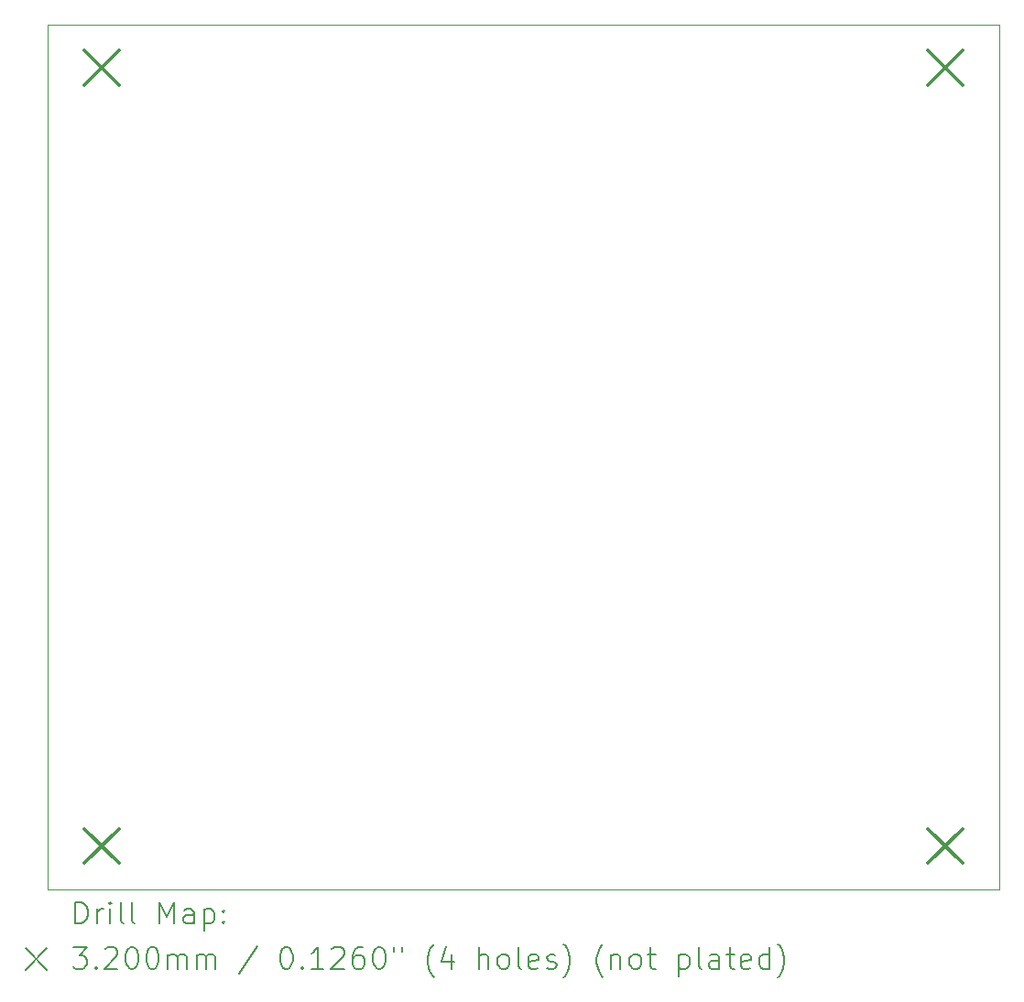
<source format=gbr>
%TF.GenerationSoftware,KiCad,Pcbnew,7.0.10*%
%TF.CreationDate,2025-01-18T09:13:39-08:00*%
%TF.ProjectId,buttonBoard,62757474-6f6e-4426-9f61-72642e6b6963,rev?*%
%TF.SameCoordinates,Original*%
%TF.FileFunction,Drillmap*%
%TF.FilePolarity,Positive*%
%FSLAX45Y45*%
G04 Gerber Fmt 4.5, Leading zero omitted, Abs format (unit mm)*
G04 Created by KiCad (PCBNEW 7.0.10) date 2025-01-18 09:13:39*
%MOMM*%
%LPD*%
G01*
G04 APERTURE LIST*
%ADD10C,0.100000*%
%ADD11C,0.200000*%
%ADD12C,0.320000*%
G04 APERTURE END LIST*
D10*
X11600000Y-4000000D02*
X20400000Y-4000000D01*
X20400000Y-12000000D01*
X11600000Y-12000000D01*
X11600000Y-4000000D01*
D11*
D12*
X11940000Y-4240000D02*
X12260000Y-4560000D01*
X12260000Y-4240000D02*
X11940000Y-4560000D01*
X11940000Y-11440000D02*
X12260000Y-11760000D01*
X12260000Y-11440000D02*
X11940000Y-11760000D01*
X19740000Y-4240000D02*
X20060000Y-4560000D01*
X20060000Y-4240000D02*
X19740000Y-4560000D01*
X19740000Y-11440000D02*
X20060000Y-11760000D01*
X20060000Y-11440000D02*
X19740000Y-11760000D01*
D11*
X11855777Y-12316484D02*
X11855777Y-12116484D01*
X11855777Y-12116484D02*
X11903396Y-12116484D01*
X11903396Y-12116484D02*
X11931967Y-12126008D01*
X11931967Y-12126008D02*
X11951015Y-12145055D01*
X11951015Y-12145055D02*
X11960539Y-12164103D01*
X11960539Y-12164103D02*
X11970062Y-12202198D01*
X11970062Y-12202198D02*
X11970062Y-12230769D01*
X11970062Y-12230769D02*
X11960539Y-12268865D01*
X11960539Y-12268865D02*
X11951015Y-12287912D01*
X11951015Y-12287912D02*
X11931967Y-12306960D01*
X11931967Y-12306960D02*
X11903396Y-12316484D01*
X11903396Y-12316484D02*
X11855777Y-12316484D01*
X12055777Y-12316484D02*
X12055777Y-12183150D01*
X12055777Y-12221246D02*
X12065301Y-12202198D01*
X12065301Y-12202198D02*
X12074824Y-12192674D01*
X12074824Y-12192674D02*
X12093872Y-12183150D01*
X12093872Y-12183150D02*
X12112920Y-12183150D01*
X12179586Y-12316484D02*
X12179586Y-12183150D01*
X12179586Y-12116484D02*
X12170062Y-12126008D01*
X12170062Y-12126008D02*
X12179586Y-12135531D01*
X12179586Y-12135531D02*
X12189110Y-12126008D01*
X12189110Y-12126008D02*
X12179586Y-12116484D01*
X12179586Y-12116484D02*
X12179586Y-12135531D01*
X12303396Y-12316484D02*
X12284348Y-12306960D01*
X12284348Y-12306960D02*
X12274824Y-12287912D01*
X12274824Y-12287912D02*
X12274824Y-12116484D01*
X12408158Y-12316484D02*
X12389110Y-12306960D01*
X12389110Y-12306960D02*
X12379586Y-12287912D01*
X12379586Y-12287912D02*
X12379586Y-12116484D01*
X12636729Y-12316484D02*
X12636729Y-12116484D01*
X12636729Y-12116484D02*
X12703396Y-12259341D01*
X12703396Y-12259341D02*
X12770062Y-12116484D01*
X12770062Y-12116484D02*
X12770062Y-12316484D01*
X12951015Y-12316484D02*
X12951015Y-12211722D01*
X12951015Y-12211722D02*
X12941491Y-12192674D01*
X12941491Y-12192674D02*
X12922443Y-12183150D01*
X12922443Y-12183150D02*
X12884348Y-12183150D01*
X12884348Y-12183150D02*
X12865301Y-12192674D01*
X12951015Y-12306960D02*
X12931967Y-12316484D01*
X12931967Y-12316484D02*
X12884348Y-12316484D01*
X12884348Y-12316484D02*
X12865301Y-12306960D01*
X12865301Y-12306960D02*
X12855777Y-12287912D01*
X12855777Y-12287912D02*
X12855777Y-12268865D01*
X12855777Y-12268865D02*
X12865301Y-12249817D01*
X12865301Y-12249817D02*
X12884348Y-12240293D01*
X12884348Y-12240293D02*
X12931967Y-12240293D01*
X12931967Y-12240293D02*
X12951015Y-12230769D01*
X13046253Y-12183150D02*
X13046253Y-12383150D01*
X13046253Y-12192674D02*
X13065301Y-12183150D01*
X13065301Y-12183150D02*
X13103396Y-12183150D01*
X13103396Y-12183150D02*
X13122443Y-12192674D01*
X13122443Y-12192674D02*
X13131967Y-12202198D01*
X13131967Y-12202198D02*
X13141491Y-12221246D01*
X13141491Y-12221246D02*
X13141491Y-12278388D01*
X13141491Y-12278388D02*
X13131967Y-12297436D01*
X13131967Y-12297436D02*
X13122443Y-12306960D01*
X13122443Y-12306960D02*
X13103396Y-12316484D01*
X13103396Y-12316484D02*
X13065301Y-12316484D01*
X13065301Y-12316484D02*
X13046253Y-12306960D01*
X13227205Y-12297436D02*
X13236729Y-12306960D01*
X13236729Y-12306960D02*
X13227205Y-12316484D01*
X13227205Y-12316484D02*
X13217682Y-12306960D01*
X13217682Y-12306960D02*
X13227205Y-12297436D01*
X13227205Y-12297436D02*
X13227205Y-12316484D01*
X13227205Y-12192674D02*
X13236729Y-12202198D01*
X13236729Y-12202198D02*
X13227205Y-12211722D01*
X13227205Y-12211722D02*
X13217682Y-12202198D01*
X13217682Y-12202198D02*
X13227205Y-12192674D01*
X13227205Y-12192674D02*
X13227205Y-12211722D01*
X11395000Y-12545000D02*
X11595000Y-12745000D01*
X11595000Y-12545000D02*
X11395000Y-12745000D01*
X11836729Y-12536484D02*
X11960539Y-12536484D01*
X11960539Y-12536484D02*
X11893872Y-12612674D01*
X11893872Y-12612674D02*
X11922443Y-12612674D01*
X11922443Y-12612674D02*
X11941491Y-12622198D01*
X11941491Y-12622198D02*
X11951015Y-12631722D01*
X11951015Y-12631722D02*
X11960539Y-12650769D01*
X11960539Y-12650769D02*
X11960539Y-12698388D01*
X11960539Y-12698388D02*
X11951015Y-12717436D01*
X11951015Y-12717436D02*
X11941491Y-12726960D01*
X11941491Y-12726960D02*
X11922443Y-12736484D01*
X11922443Y-12736484D02*
X11865301Y-12736484D01*
X11865301Y-12736484D02*
X11846253Y-12726960D01*
X11846253Y-12726960D02*
X11836729Y-12717436D01*
X12046253Y-12717436D02*
X12055777Y-12726960D01*
X12055777Y-12726960D02*
X12046253Y-12736484D01*
X12046253Y-12736484D02*
X12036729Y-12726960D01*
X12036729Y-12726960D02*
X12046253Y-12717436D01*
X12046253Y-12717436D02*
X12046253Y-12736484D01*
X12131967Y-12555531D02*
X12141491Y-12546008D01*
X12141491Y-12546008D02*
X12160539Y-12536484D01*
X12160539Y-12536484D02*
X12208158Y-12536484D01*
X12208158Y-12536484D02*
X12227205Y-12546008D01*
X12227205Y-12546008D02*
X12236729Y-12555531D01*
X12236729Y-12555531D02*
X12246253Y-12574579D01*
X12246253Y-12574579D02*
X12246253Y-12593627D01*
X12246253Y-12593627D02*
X12236729Y-12622198D01*
X12236729Y-12622198D02*
X12122443Y-12736484D01*
X12122443Y-12736484D02*
X12246253Y-12736484D01*
X12370062Y-12536484D02*
X12389110Y-12536484D01*
X12389110Y-12536484D02*
X12408158Y-12546008D01*
X12408158Y-12546008D02*
X12417682Y-12555531D01*
X12417682Y-12555531D02*
X12427205Y-12574579D01*
X12427205Y-12574579D02*
X12436729Y-12612674D01*
X12436729Y-12612674D02*
X12436729Y-12660293D01*
X12436729Y-12660293D02*
X12427205Y-12698388D01*
X12427205Y-12698388D02*
X12417682Y-12717436D01*
X12417682Y-12717436D02*
X12408158Y-12726960D01*
X12408158Y-12726960D02*
X12389110Y-12736484D01*
X12389110Y-12736484D02*
X12370062Y-12736484D01*
X12370062Y-12736484D02*
X12351015Y-12726960D01*
X12351015Y-12726960D02*
X12341491Y-12717436D01*
X12341491Y-12717436D02*
X12331967Y-12698388D01*
X12331967Y-12698388D02*
X12322443Y-12660293D01*
X12322443Y-12660293D02*
X12322443Y-12612674D01*
X12322443Y-12612674D02*
X12331967Y-12574579D01*
X12331967Y-12574579D02*
X12341491Y-12555531D01*
X12341491Y-12555531D02*
X12351015Y-12546008D01*
X12351015Y-12546008D02*
X12370062Y-12536484D01*
X12560539Y-12536484D02*
X12579586Y-12536484D01*
X12579586Y-12536484D02*
X12598634Y-12546008D01*
X12598634Y-12546008D02*
X12608158Y-12555531D01*
X12608158Y-12555531D02*
X12617682Y-12574579D01*
X12617682Y-12574579D02*
X12627205Y-12612674D01*
X12627205Y-12612674D02*
X12627205Y-12660293D01*
X12627205Y-12660293D02*
X12617682Y-12698388D01*
X12617682Y-12698388D02*
X12608158Y-12717436D01*
X12608158Y-12717436D02*
X12598634Y-12726960D01*
X12598634Y-12726960D02*
X12579586Y-12736484D01*
X12579586Y-12736484D02*
X12560539Y-12736484D01*
X12560539Y-12736484D02*
X12541491Y-12726960D01*
X12541491Y-12726960D02*
X12531967Y-12717436D01*
X12531967Y-12717436D02*
X12522443Y-12698388D01*
X12522443Y-12698388D02*
X12512920Y-12660293D01*
X12512920Y-12660293D02*
X12512920Y-12612674D01*
X12512920Y-12612674D02*
X12522443Y-12574579D01*
X12522443Y-12574579D02*
X12531967Y-12555531D01*
X12531967Y-12555531D02*
X12541491Y-12546008D01*
X12541491Y-12546008D02*
X12560539Y-12536484D01*
X12712920Y-12736484D02*
X12712920Y-12603150D01*
X12712920Y-12622198D02*
X12722443Y-12612674D01*
X12722443Y-12612674D02*
X12741491Y-12603150D01*
X12741491Y-12603150D02*
X12770063Y-12603150D01*
X12770063Y-12603150D02*
X12789110Y-12612674D01*
X12789110Y-12612674D02*
X12798634Y-12631722D01*
X12798634Y-12631722D02*
X12798634Y-12736484D01*
X12798634Y-12631722D02*
X12808158Y-12612674D01*
X12808158Y-12612674D02*
X12827205Y-12603150D01*
X12827205Y-12603150D02*
X12855777Y-12603150D01*
X12855777Y-12603150D02*
X12874824Y-12612674D01*
X12874824Y-12612674D02*
X12884348Y-12631722D01*
X12884348Y-12631722D02*
X12884348Y-12736484D01*
X12979586Y-12736484D02*
X12979586Y-12603150D01*
X12979586Y-12622198D02*
X12989110Y-12612674D01*
X12989110Y-12612674D02*
X13008158Y-12603150D01*
X13008158Y-12603150D02*
X13036729Y-12603150D01*
X13036729Y-12603150D02*
X13055777Y-12612674D01*
X13055777Y-12612674D02*
X13065301Y-12631722D01*
X13065301Y-12631722D02*
X13065301Y-12736484D01*
X13065301Y-12631722D02*
X13074824Y-12612674D01*
X13074824Y-12612674D02*
X13093872Y-12603150D01*
X13093872Y-12603150D02*
X13122443Y-12603150D01*
X13122443Y-12603150D02*
X13141491Y-12612674D01*
X13141491Y-12612674D02*
X13151015Y-12631722D01*
X13151015Y-12631722D02*
X13151015Y-12736484D01*
X13541491Y-12526960D02*
X13370063Y-12784103D01*
X13798634Y-12536484D02*
X13817682Y-12536484D01*
X13817682Y-12536484D02*
X13836729Y-12546008D01*
X13836729Y-12546008D02*
X13846253Y-12555531D01*
X13846253Y-12555531D02*
X13855777Y-12574579D01*
X13855777Y-12574579D02*
X13865301Y-12612674D01*
X13865301Y-12612674D02*
X13865301Y-12660293D01*
X13865301Y-12660293D02*
X13855777Y-12698388D01*
X13855777Y-12698388D02*
X13846253Y-12717436D01*
X13846253Y-12717436D02*
X13836729Y-12726960D01*
X13836729Y-12726960D02*
X13817682Y-12736484D01*
X13817682Y-12736484D02*
X13798634Y-12736484D01*
X13798634Y-12736484D02*
X13779586Y-12726960D01*
X13779586Y-12726960D02*
X13770063Y-12717436D01*
X13770063Y-12717436D02*
X13760539Y-12698388D01*
X13760539Y-12698388D02*
X13751015Y-12660293D01*
X13751015Y-12660293D02*
X13751015Y-12612674D01*
X13751015Y-12612674D02*
X13760539Y-12574579D01*
X13760539Y-12574579D02*
X13770063Y-12555531D01*
X13770063Y-12555531D02*
X13779586Y-12546008D01*
X13779586Y-12546008D02*
X13798634Y-12536484D01*
X13951015Y-12717436D02*
X13960539Y-12726960D01*
X13960539Y-12726960D02*
X13951015Y-12736484D01*
X13951015Y-12736484D02*
X13941491Y-12726960D01*
X13941491Y-12726960D02*
X13951015Y-12717436D01*
X13951015Y-12717436D02*
X13951015Y-12736484D01*
X14151015Y-12736484D02*
X14036729Y-12736484D01*
X14093872Y-12736484D02*
X14093872Y-12536484D01*
X14093872Y-12536484D02*
X14074825Y-12565055D01*
X14074825Y-12565055D02*
X14055777Y-12584103D01*
X14055777Y-12584103D02*
X14036729Y-12593627D01*
X14227206Y-12555531D02*
X14236729Y-12546008D01*
X14236729Y-12546008D02*
X14255777Y-12536484D01*
X14255777Y-12536484D02*
X14303396Y-12536484D01*
X14303396Y-12536484D02*
X14322444Y-12546008D01*
X14322444Y-12546008D02*
X14331967Y-12555531D01*
X14331967Y-12555531D02*
X14341491Y-12574579D01*
X14341491Y-12574579D02*
X14341491Y-12593627D01*
X14341491Y-12593627D02*
X14331967Y-12622198D01*
X14331967Y-12622198D02*
X14217682Y-12736484D01*
X14217682Y-12736484D02*
X14341491Y-12736484D01*
X14512920Y-12536484D02*
X14474825Y-12536484D01*
X14474825Y-12536484D02*
X14455777Y-12546008D01*
X14455777Y-12546008D02*
X14446253Y-12555531D01*
X14446253Y-12555531D02*
X14427206Y-12584103D01*
X14427206Y-12584103D02*
X14417682Y-12622198D01*
X14417682Y-12622198D02*
X14417682Y-12698388D01*
X14417682Y-12698388D02*
X14427206Y-12717436D01*
X14427206Y-12717436D02*
X14436729Y-12726960D01*
X14436729Y-12726960D02*
X14455777Y-12736484D01*
X14455777Y-12736484D02*
X14493872Y-12736484D01*
X14493872Y-12736484D02*
X14512920Y-12726960D01*
X14512920Y-12726960D02*
X14522444Y-12717436D01*
X14522444Y-12717436D02*
X14531967Y-12698388D01*
X14531967Y-12698388D02*
X14531967Y-12650769D01*
X14531967Y-12650769D02*
X14522444Y-12631722D01*
X14522444Y-12631722D02*
X14512920Y-12622198D01*
X14512920Y-12622198D02*
X14493872Y-12612674D01*
X14493872Y-12612674D02*
X14455777Y-12612674D01*
X14455777Y-12612674D02*
X14436729Y-12622198D01*
X14436729Y-12622198D02*
X14427206Y-12631722D01*
X14427206Y-12631722D02*
X14417682Y-12650769D01*
X14655777Y-12536484D02*
X14674825Y-12536484D01*
X14674825Y-12536484D02*
X14693872Y-12546008D01*
X14693872Y-12546008D02*
X14703396Y-12555531D01*
X14703396Y-12555531D02*
X14712920Y-12574579D01*
X14712920Y-12574579D02*
X14722444Y-12612674D01*
X14722444Y-12612674D02*
X14722444Y-12660293D01*
X14722444Y-12660293D02*
X14712920Y-12698388D01*
X14712920Y-12698388D02*
X14703396Y-12717436D01*
X14703396Y-12717436D02*
X14693872Y-12726960D01*
X14693872Y-12726960D02*
X14674825Y-12736484D01*
X14674825Y-12736484D02*
X14655777Y-12736484D01*
X14655777Y-12736484D02*
X14636729Y-12726960D01*
X14636729Y-12726960D02*
X14627206Y-12717436D01*
X14627206Y-12717436D02*
X14617682Y-12698388D01*
X14617682Y-12698388D02*
X14608158Y-12660293D01*
X14608158Y-12660293D02*
X14608158Y-12612674D01*
X14608158Y-12612674D02*
X14617682Y-12574579D01*
X14617682Y-12574579D02*
X14627206Y-12555531D01*
X14627206Y-12555531D02*
X14636729Y-12546008D01*
X14636729Y-12546008D02*
X14655777Y-12536484D01*
X14798634Y-12536484D02*
X14798634Y-12574579D01*
X14874825Y-12536484D02*
X14874825Y-12574579D01*
X15170063Y-12812674D02*
X15160539Y-12803150D01*
X15160539Y-12803150D02*
X15141491Y-12774579D01*
X15141491Y-12774579D02*
X15131968Y-12755531D01*
X15131968Y-12755531D02*
X15122444Y-12726960D01*
X15122444Y-12726960D02*
X15112920Y-12679341D01*
X15112920Y-12679341D02*
X15112920Y-12641246D01*
X15112920Y-12641246D02*
X15122444Y-12593627D01*
X15122444Y-12593627D02*
X15131968Y-12565055D01*
X15131968Y-12565055D02*
X15141491Y-12546008D01*
X15141491Y-12546008D02*
X15160539Y-12517436D01*
X15160539Y-12517436D02*
X15170063Y-12507912D01*
X15331968Y-12603150D02*
X15331968Y-12736484D01*
X15284348Y-12526960D02*
X15236729Y-12669817D01*
X15236729Y-12669817D02*
X15360539Y-12669817D01*
X15589110Y-12736484D02*
X15589110Y-12536484D01*
X15674825Y-12736484D02*
X15674825Y-12631722D01*
X15674825Y-12631722D02*
X15665301Y-12612674D01*
X15665301Y-12612674D02*
X15646253Y-12603150D01*
X15646253Y-12603150D02*
X15617682Y-12603150D01*
X15617682Y-12603150D02*
X15598634Y-12612674D01*
X15598634Y-12612674D02*
X15589110Y-12622198D01*
X15798634Y-12736484D02*
X15779587Y-12726960D01*
X15779587Y-12726960D02*
X15770063Y-12717436D01*
X15770063Y-12717436D02*
X15760539Y-12698388D01*
X15760539Y-12698388D02*
X15760539Y-12641246D01*
X15760539Y-12641246D02*
X15770063Y-12622198D01*
X15770063Y-12622198D02*
X15779587Y-12612674D01*
X15779587Y-12612674D02*
X15798634Y-12603150D01*
X15798634Y-12603150D02*
X15827206Y-12603150D01*
X15827206Y-12603150D02*
X15846253Y-12612674D01*
X15846253Y-12612674D02*
X15855777Y-12622198D01*
X15855777Y-12622198D02*
X15865301Y-12641246D01*
X15865301Y-12641246D02*
X15865301Y-12698388D01*
X15865301Y-12698388D02*
X15855777Y-12717436D01*
X15855777Y-12717436D02*
X15846253Y-12726960D01*
X15846253Y-12726960D02*
X15827206Y-12736484D01*
X15827206Y-12736484D02*
X15798634Y-12736484D01*
X15979587Y-12736484D02*
X15960539Y-12726960D01*
X15960539Y-12726960D02*
X15951015Y-12707912D01*
X15951015Y-12707912D02*
X15951015Y-12536484D01*
X16131968Y-12726960D02*
X16112920Y-12736484D01*
X16112920Y-12736484D02*
X16074825Y-12736484D01*
X16074825Y-12736484D02*
X16055777Y-12726960D01*
X16055777Y-12726960D02*
X16046253Y-12707912D01*
X16046253Y-12707912D02*
X16046253Y-12631722D01*
X16046253Y-12631722D02*
X16055777Y-12612674D01*
X16055777Y-12612674D02*
X16074825Y-12603150D01*
X16074825Y-12603150D02*
X16112920Y-12603150D01*
X16112920Y-12603150D02*
X16131968Y-12612674D01*
X16131968Y-12612674D02*
X16141491Y-12631722D01*
X16141491Y-12631722D02*
X16141491Y-12650769D01*
X16141491Y-12650769D02*
X16046253Y-12669817D01*
X16217682Y-12726960D02*
X16236730Y-12736484D01*
X16236730Y-12736484D02*
X16274825Y-12736484D01*
X16274825Y-12736484D02*
X16293872Y-12726960D01*
X16293872Y-12726960D02*
X16303396Y-12707912D01*
X16303396Y-12707912D02*
X16303396Y-12698388D01*
X16303396Y-12698388D02*
X16293872Y-12679341D01*
X16293872Y-12679341D02*
X16274825Y-12669817D01*
X16274825Y-12669817D02*
X16246253Y-12669817D01*
X16246253Y-12669817D02*
X16227206Y-12660293D01*
X16227206Y-12660293D02*
X16217682Y-12641246D01*
X16217682Y-12641246D02*
X16217682Y-12631722D01*
X16217682Y-12631722D02*
X16227206Y-12612674D01*
X16227206Y-12612674D02*
X16246253Y-12603150D01*
X16246253Y-12603150D02*
X16274825Y-12603150D01*
X16274825Y-12603150D02*
X16293872Y-12612674D01*
X16370063Y-12812674D02*
X16379587Y-12803150D01*
X16379587Y-12803150D02*
X16398634Y-12774579D01*
X16398634Y-12774579D02*
X16408158Y-12755531D01*
X16408158Y-12755531D02*
X16417682Y-12726960D01*
X16417682Y-12726960D02*
X16427206Y-12679341D01*
X16427206Y-12679341D02*
X16427206Y-12641246D01*
X16427206Y-12641246D02*
X16417682Y-12593627D01*
X16417682Y-12593627D02*
X16408158Y-12565055D01*
X16408158Y-12565055D02*
X16398634Y-12546008D01*
X16398634Y-12546008D02*
X16379587Y-12517436D01*
X16379587Y-12517436D02*
X16370063Y-12507912D01*
X16731968Y-12812674D02*
X16722444Y-12803150D01*
X16722444Y-12803150D02*
X16703396Y-12774579D01*
X16703396Y-12774579D02*
X16693872Y-12755531D01*
X16693872Y-12755531D02*
X16684349Y-12726960D01*
X16684349Y-12726960D02*
X16674825Y-12679341D01*
X16674825Y-12679341D02*
X16674825Y-12641246D01*
X16674825Y-12641246D02*
X16684349Y-12593627D01*
X16684349Y-12593627D02*
X16693872Y-12565055D01*
X16693872Y-12565055D02*
X16703396Y-12546008D01*
X16703396Y-12546008D02*
X16722444Y-12517436D01*
X16722444Y-12517436D02*
X16731968Y-12507912D01*
X16808158Y-12603150D02*
X16808158Y-12736484D01*
X16808158Y-12622198D02*
X16817682Y-12612674D01*
X16817682Y-12612674D02*
X16836730Y-12603150D01*
X16836730Y-12603150D02*
X16865301Y-12603150D01*
X16865301Y-12603150D02*
X16884349Y-12612674D01*
X16884349Y-12612674D02*
X16893873Y-12631722D01*
X16893873Y-12631722D02*
X16893873Y-12736484D01*
X17017682Y-12736484D02*
X16998634Y-12726960D01*
X16998634Y-12726960D02*
X16989111Y-12717436D01*
X16989111Y-12717436D02*
X16979587Y-12698388D01*
X16979587Y-12698388D02*
X16979587Y-12641246D01*
X16979587Y-12641246D02*
X16989111Y-12622198D01*
X16989111Y-12622198D02*
X16998634Y-12612674D01*
X16998634Y-12612674D02*
X17017682Y-12603150D01*
X17017682Y-12603150D02*
X17046254Y-12603150D01*
X17046254Y-12603150D02*
X17065301Y-12612674D01*
X17065301Y-12612674D02*
X17074825Y-12622198D01*
X17074825Y-12622198D02*
X17084349Y-12641246D01*
X17084349Y-12641246D02*
X17084349Y-12698388D01*
X17084349Y-12698388D02*
X17074825Y-12717436D01*
X17074825Y-12717436D02*
X17065301Y-12726960D01*
X17065301Y-12726960D02*
X17046254Y-12736484D01*
X17046254Y-12736484D02*
X17017682Y-12736484D01*
X17141492Y-12603150D02*
X17217682Y-12603150D01*
X17170063Y-12536484D02*
X17170063Y-12707912D01*
X17170063Y-12707912D02*
X17179587Y-12726960D01*
X17179587Y-12726960D02*
X17198634Y-12736484D01*
X17198634Y-12736484D02*
X17217682Y-12736484D01*
X17436730Y-12603150D02*
X17436730Y-12803150D01*
X17436730Y-12612674D02*
X17455777Y-12603150D01*
X17455777Y-12603150D02*
X17493873Y-12603150D01*
X17493873Y-12603150D02*
X17512920Y-12612674D01*
X17512920Y-12612674D02*
X17522444Y-12622198D01*
X17522444Y-12622198D02*
X17531968Y-12641246D01*
X17531968Y-12641246D02*
X17531968Y-12698388D01*
X17531968Y-12698388D02*
X17522444Y-12717436D01*
X17522444Y-12717436D02*
X17512920Y-12726960D01*
X17512920Y-12726960D02*
X17493873Y-12736484D01*
X17493873Y-12736484D02*
X17455777Y-12736484D01*
X17455777Y-12736484D02*
X17436730Y-12726960D01*
X17646254Y-12736484D02*
X17627206Y-12726960D01*
X17627206Y-12726960D02*
X17617682Y-12707912D01*
X17617682Y-12707912D02*
X17617682Y-12536484D01*
X17808158Y-12736484D02*
X17808158Y-12631722D01*
X17808158Y-12631722D02*
X17798635Y-12612674D01*
X17798635Y-12612674D02*
X17779587Y-12603150D01*
X17779587Y-12603150D02*
X17741492Y-12603150D01*
X17741492Y-12603150D02*
X17722444Y-12612674D01*
X17808158Y-12726960D02*
X17789111Y-12736484D01*
X17789111Y-12736484D02*
X17741492Y-12736484D01*
X17741492Y-12736484D02*
X17722444Y-12726960D01*
X17722444Y-12726960D02*
X17712920Y-12707912D01*
X17712920Y-12707912D02*
X17712920Y-12688865D01*
X17712920Y-12688865D02*
X17722444Y-12669817D01*
X17722444Y-12669817D02*
X17741492Y-12660293D01*
X17741492Y-12660293D02*
X17789111Y-12660293D01*
X17789111Y-12660293D02*
X17808158Y-12650769D01*
X17874825Y-12603150D02*
X17951015Y-12603150D01*
X17903396Y-12536484D02*
X17903396Y-12707912D01*
X17903396Y-12707912D02*
X17912920Y-12726960D01*
X17912920Y-12726960D02*
X17931968Y-12736484D01*
X17931968Y-12736484D02*
X17951015Y-12736484D01*
X18093873Y-12726960D02*
X18074825Y-12736484D01*
X18074825Y-12736484D02*
X18036730Y-12736484D01*
X18036730Y-12736484D02*
X18017682Y-12726960D01*
X18017682Y-12726960D02*
X18008158Y-12707912D01*
X18008158Y-12707912D02*
X18008158Y-12631722D01*
X18008158Y-12631722D02*
X18017682Y-12612674D01*
X18017682Y-12612674D02*
X18036730Y-12603150D01*
X18036730Y-12603150D02*
X18074825Y-12603150D01*
X18074825Y-12603150D02*
X18093873Y-12612674D01*
X18093873Y-12612674D02*
X18103396Y-12631722D01*
X18103396Y-12631722D02*
X18103396Y-12650769D01*
X18103396Y-12650769D02*
X18008158Y-12669817D01*
X18274825Y-12736484D02*
X18274825Y-12536484D01*
X18274825Y-12726960D02*
X18255777Y-12736484D01*
X18255777Y-12736484D02*
X18217682Y-12736484D01*
X18217682Y-12736484D02*
X18198635Y-12726960D01*
X18198635Y-12726960D02*
X18189111Y-12717436D01*
X18189111Y-12717436D02*
X18179587Y-12698388D01*
X18179587Y-12698388D02*
X18179587Y-12641246D01*
X18179587Y-12641246D02*
X18189111Y-12622198D01*
X18189111Y-12622198D02*
X18198635Y-12612674D01*
X18198635Y-12612674D02*
X18217682Y-12603150D01*
X18217682Y-12603150D02*
X18255777Y-12603150D01*
X18255777Y-12603150D02*
X18274825Y-12612674D01*
X18351016Y-12812674D02*
X18360539Y-12803150D01*
X18360539Y-12803150D02*
X18379587Y-12774579D01*
X18379587Y-12774579D02*
X18389111Y-12755531D01*
X18389111Y-12755531D02*
X18398635Y-12726960D01*
X18398635Y-12726960D02*
X18408158Y-12679341D01*
X18408158Y-12679341D02*
X18408158Y-12641246D01*
X18408158Y-12641246D02*
X18398635Y-12593627D01*
X18398635Y-12593627D02*
X18389111Y-12565055D01*
X18389111Y-12565055D02*
X18379587Y-12546008D01*
X18379587Y-12546008D02*
X18360539Y-12517436D01*
X18360539Y-12517436D02*
X18351016Y-12507912D01*
M02*

</source>
